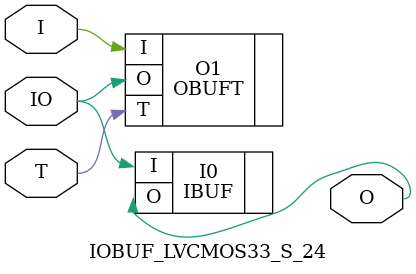
<source format=v>


`timescale  1 ps / 1 ps


module IOBUF_LVCMOS33_S_24 (O, IO, I, T);

    output O;

    inout  IO;

    input  I, T;

        OBUFT #(.IOSTANDARD("LVCMOS33"), .SLEW("SLOW"), .DRIVE(24)) O1 (.O(IO), .I(I), .T(T)); 
	IBUF #(.IOSTANDARD("LVCMOS33"))  I0 (.O(O), .I(IO));
        

endmodule



</source>
